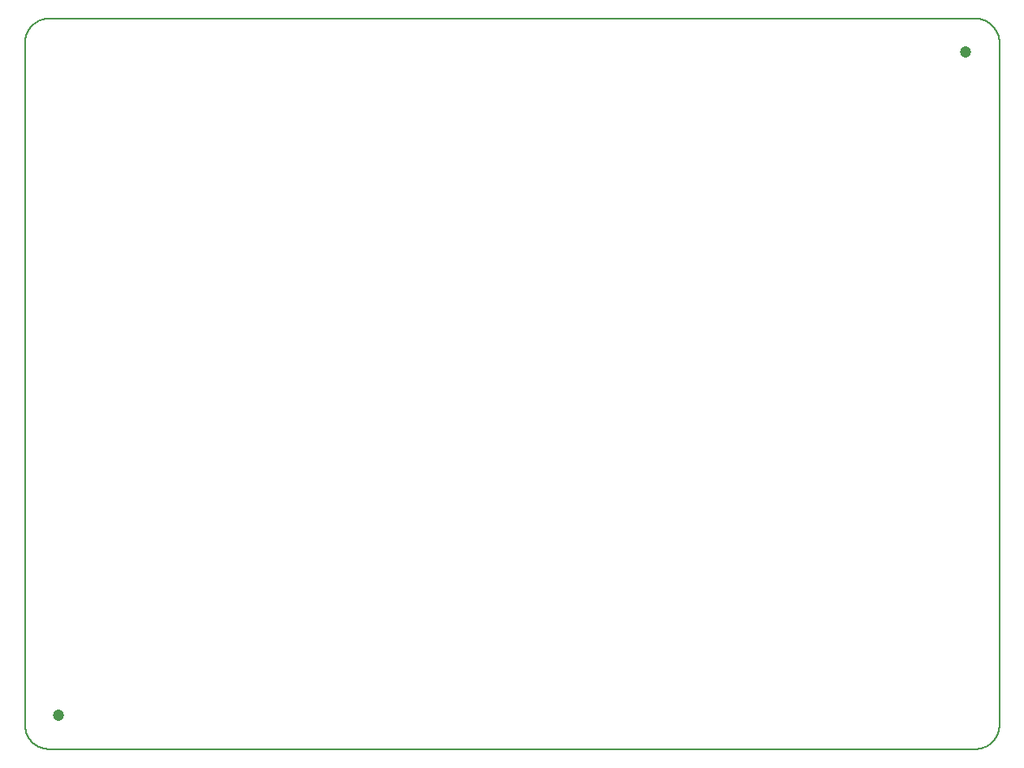
<source format=gbs>
G75*
%MOIN*%
%OFA0B0*%
%FSLAX25Y25*%
%IPPOS*%
%LPD*%
%AMOC8*
5,1,8,0,0,1.08239X$1,22.5*
%
%ADD10C,0.04737*%
%ADD11C,0.00500*%
D10*
X0018780Y0018780D03*
X0391220Y0291220D03*
D11*
X0395000Y0005000D02*
X0015000Y0005000D01*
X0014758Y0005003D01*
X0014517Y0005012D01*
X0014276Y0005026D01*
X0014035Y0005047D01*
X0013795Y0005073D01*
X0013555Y0005105D01*
X0013316Y0005143D01*
X0013079Y0005186D01*
X0012842Y0005236D01*
X0012607Y0005291D01*
X0012373Y0005351D01*
X0012141Y0005418D01*
X0011910Y0005489D01*
X0011681Y0005567D01*
X0011454Y0005650D01*
X0011229Y0005738D01*
X0011006Y0005832D01*
X0010786Y0005931D01*
X0010568Y0006036D01*
X0010353Y0006145D01*
X0010140Y0006260D01*
X0009930Y0006380D01*
X0009724Y0006505D01*
X0009520Y0006635D01*
X0009319Y0006770D01*
X0009122Y0006910D01*
X0008928Y0007054D01*
X0008738Y0007203D01*
X0008552Y0007357D01*
X0008369Y0007515D01*
X0008190Y0007677D01*
X0008015Y0007844D01*
X0007844Y0008015D01*
X0007677Y0008190D01*
X0007515Y0008369D01*
X0007357Y0008552D01*
X0007203Y0008738D01*
X0007054Y0008928D01*
X0006910Y0009122D01*
X0006770Y0009319D01*
X0006635Y0009520D01*
X0006505Y0009724D01*
X0006380Y0009930D01*
X0006260Y0010140D01*
X0006145Y0010353D01*
X0006036Y0010568D01*
X0005931Y0010786D01*
X0005832Y0011006D01*
X0005738Y0011229D01*
X0005650Y0011454D01*
X0005567Y0011681D01*
X0005489Y0011910D01*
X0005418Y0012141D01*
X0005351Y0012373D01*
X0005291Y0012607D01*
X0005236Y0012842D01*
X0005186Y0013079D01*
X0005143Y0013316D01*
X0005105Y0013555D01*
X0005073Y0013795D01*
X0005047Y0014035D01*
X0005026Y0014276D01*
X0005012Y0014517D01*
X0005003Y0014758D01*
X0005000Y0015000D01*
X0005000Y0295000D01*
X0005003Y0295242D01*
X0005012Y0295483D01*
X0005026Y0295724D01*
X0005047Y0295965D01*
X0005073Y0296205D01*
X0005105Y0296445D01*
X0005143Y0296684D01*
X0005186Y0296921D01*
X0005236Y0297158D01*
X0005291Y0297393D01*
X0005351Y0297627D01*
X0005418Y0297859D01*
X0005489Y0298090D01*
X0005567Y0298319D01*
X0005650Y0298546D01*
X0005738Y0298771D01*
X0005832Y0298994D01*
X0005931Y0299214D01*
X0006036Y0299432D01*
X0006145Y0299647D01*
X0006260Y0299860D01*
X0006380Y0300070D01*
X0006505Y0300276D01*
X0006635Y0300480D01*
X0006770Y0300681D01*
X0006910Y0300878D01*
X0007054Y0301072D01*
X0007203Y0301262D01*
X0007357Y0301448D01*
X0007515Y0301631D01*
X0007677Y0301810D01*
X0007844Y0301985D01*
X0008015Y0302156D01*
X0008190Y0302323D01*
X0008369Y0302485D01*
X0008552Y0302643D01*
X0008738Y0302797D01*
X0008928Y0302946D01*
X0009122Y0303090D01*
X0009319Y0303230D01*
X0009520Y0303365D01*
X0009724Y0303495D01*
X0009930Y0303620D01*
X0010140Y0303740D01*
X0010353Y0303855D01*
X0010568Y0303964D01*
X0010786Y0304069D01*
X0011006Y0304168D01*
X0011229Y0304262D01*
X0011454Y0304350D01*
X0011681Y0304433D01*
X0011910Y0304511D01*
X0012141Y0304582D01*
X0012373Y0304649D01*
X0012607Y0304709D01*
X0012842Y0304764D01*
X0013079Y0304814D01*
X0013316Y0304857D01*
X0013555Y0304895D01*
X0013795Y0304927D01*
X0014035Y0304953D01*
X0014276Y0304974D01*
X0014517Y0304988D01*
X0014758Y0304997D01*
X0015000Y0305000D01*
X0395000Y0305000D01*
X0395242Y0304997D01*
X0395483Y0304988D01*
X0395724Y0304974D01*
X0395965Y0304953D01*
X0396205Y0304927D01*
X0396445Y0304895D01*
X0396684Y0304857D01*
X0396921Y0304814D01*
X0397158Y0304764D01*
X0397393Y0304709D01*
X0397627Y0304649D01*
X0397859Y0304582D01*
X0398090Y0304511D01*
X0398319Y0304433D01*
X0398546Y0304350D01*
X0398771Y0304262D01*
X0398994Y0304168D01*
X0399214Y0304069D01*
X0399432Y0303964D01*
X0399647Y0303855D01*
X0399860Y0303740D01*
X0400070Y0303620D01*
X0400276Y0303495D01*
X0400480Y0303365D01*
X0400681Y0303230D01*
X0400878Y0303090D01*
X0401072Y0302946D01*
X0401262Y0302797D01*
X0401448Y0302643D01*
X0401631Y0302485D01*
X0401810Y0302323D01*
X0401985Y0302156D01*
X0402156Y0301985D01*
X0402323Y0301810D01*
X0402485Y0301631D01*
X0402643Y0301448D01*
X0402797Y0301262D01*
X0402946Y0301072D01*
X0403090Y0300878D01*
X0403230Y0300681D01*
X0403365Y0300480D01*
X0403495Y0300276D01*
X0403620Y0300070D01*
X0403740Y0299860D01*
X0403855Y0299647D01*
X0403964Y0299432D01*
X0404069Y0299214D01*
X0404168Y0298994D01*
X0404262Y0298771D01*
X0404350Y0298546D01*
X0404433Y0298319D01*
X0404511Y0298090D01*
X0404582Y0297859D01*
X0404649Y0297627D01*
X0404709Y0297393D01*
X0404764Y0297158D01*
X0404814Y0296921D01*
X0404857Y0296684D01*
X0404895Y0296445D01*
X0404927Y0296205D01*
X0404953Y0295965D01*
X0404974Y0295724D01*
X0404988Y0295483D01*
X0404997Y0295242D01*
X0405000Y0295000D01*
X0405000Y0015000D01*
X0404997Y0014758D01*
X0404988Y0014517D01*
X0404974Y0014276D01*
X0404953Y0014035D01*
X0404927Y0013795D01*
X0404895Y0013555D01*
X0404857Y0013316D01*
X0404814Y0013079D01*
X0404764Y0012842D01*
X0404709Y0012607D01*
X0404649Y0012373D01*
X0404582Y0012141D01*
X0404511Y0011910D01*
X0404433Y0011681D01*
X0404350Y0011454D01*
X0404262Y0011229D01*
X0404168Y0011006D01*
X0404069Y0010786D01*
X0403964Y0010568D01*
X0403855Y0010353D01*
X0403740Y0010140D01*
X0403620Y0009930D01*
X0403495Y0009724D01*
X0403365Y0009520D01*
X0403230Y0009319D01*
X0403090Y0009122D01*
X0402946Y0008928D01*
X0402797Y0008738D01*
X0402643Y0008552D01*
X0402485Y0008369D01*
X0402323Y0008190D01*
X0402156Y0008015D01*
X0401985Y0007844D01*
X0401810Y0007677D01*
X0401631Y0007515D01*
X0401448Y0007357D01*
X0401262Y0007203D01*
X0401072Y0007054D01*
X0400878Y0006910D01*
X0400681Y0006770D01*
X0400480Y0006635D01*
X0400276Y0006505D01*
X0400070Y0006380D01*
X0399860Y0006260D01*
X0399647Y0006145D01*
X0399432Y0006036D01*
X0399214Y0005931D01*
X0398994Y0005832D01*
X0398771Y0005738D01*
X0398546Y0005650D01*
X0398319Y0005567D01*
X0398090Y0005489D01*
X0397859Y0005418D01*
X0397627Y0005351D01*
X0397393Y0005291D01*
X0397158Y0005236D01*
X0396921Y0005186D01*
X0396684Y0005143D01*
X0396445Y0005105D01*
X0396205Y0005073D01*
X0395965Y0005047D01*
X0395724Y0005026D01*
X0395483Y0005012D01*
X0395242Y0005003D01*
X0395000Y0005000D01*
M02*

</source>
